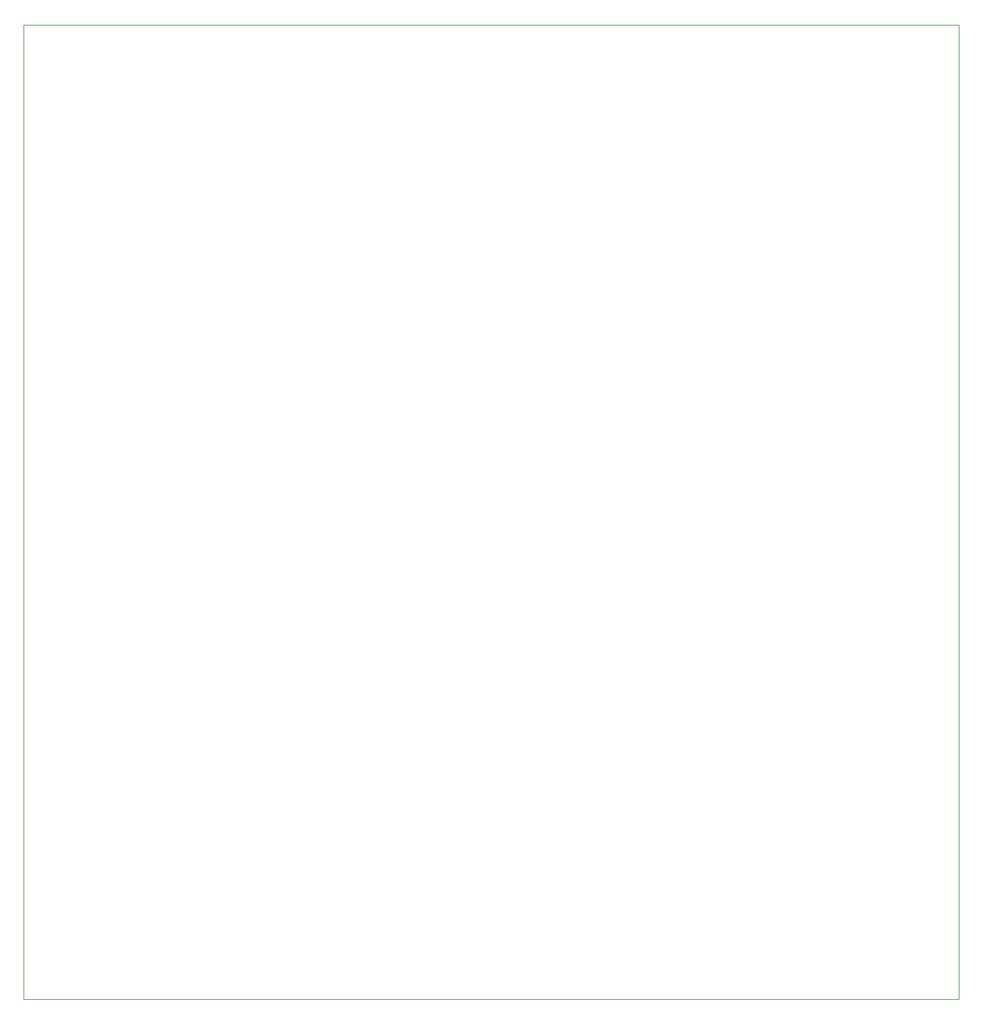
<source format=gbr>
G04 #@! TF.FileFunction,Profile,NP*
%FSLAX46Y46*%
G04 Gerber Fmt 4.6, Leading zero omitted, Abs format (unit mm)*
G04 Created by KiCad (PCBNEW 4.0.7) date 02/28/19 19:31:31*
%MOMM*%
%LPD*%
G01*
G04 APERTURE LIST*
%ADD10C,0.100000*%
G04 APERTURE END LIST*
D10*
X19050000Y-151701500D02*
X19050000Y-22161500D01*
X143510000Y-151701500D02*
X19050000Y-151701500D01*
X143510000Y-22161500D02*
X143510000Y-151701500D01*
X19050000Y-22161500D02*
X143510000Y-22161500D01*
M02*

</source>
